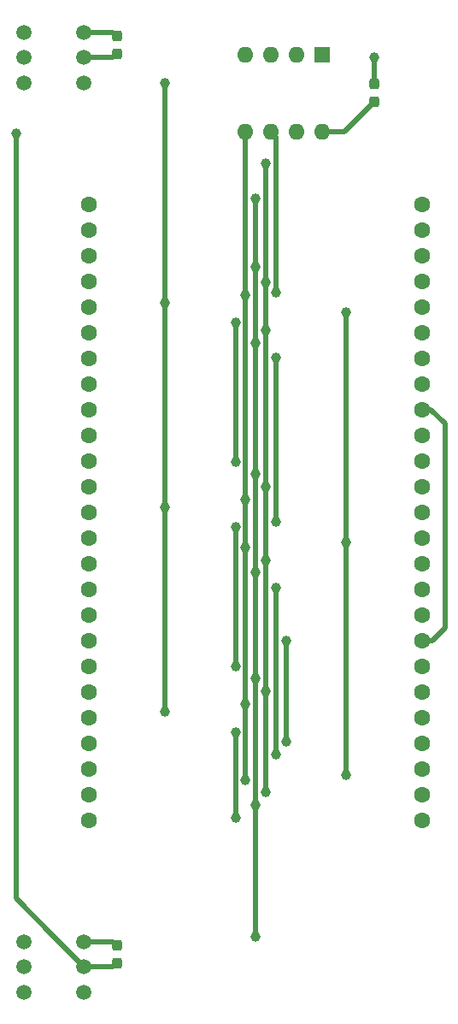
<source format=gbr>
%TF.GenerationSoftware,KiCad,Pcbnew,6.0.10-86aedd382b~118~ubuntu22.04.1*%
%TF.CreationDate,2023-02-24T18:01:10+02:00*%
%TF.ProjectId,JugCounter,4a756743-6f75-46e7-9465-722e6b696361,rev?*%
%TF.SameCoordinates,Original*%
%TF.FileFunction,Copper,L1,Top*%
%TF.FilePolarity,Positive*%
%FSLAX46Y46*%
G04 Gerber Fmt 4.6, Leading zero omitted, Abs format (unit mm)*
G04 Created by KiCad (PCBNEW 6.0.10-86aedd382b~118~ubuntu22.04.1) date 2023-02-24 18:01:10*
%MOMM*%
%LPD*%
G01*
G04 APERTURE LIST*
G04 Aperture macros list*
%AMRoundRect*
0 Rectangle with rounded corners*
0 $1 Rounding radius*
0 $2 $3 $4 $5 $6 $7 $8 $9 X,Y pos of 4 corners*
0 Add a 4 corners polygon primitive as box body*
4,1,4,$2,$3,$4,$5,$6,$7,$8,$9,$2,$3,0*
0 Add four circle primitives for the rounded corners*
1,1,$1+$1,$2,$3*
1,1,$1+$1,$4,$5*
1,1,$1+$1,$6,$7*
1,1,$1+$1,$8,$9*
0 Add four rect primitives between the rounded corners*
20,1,$1+$1,$2,$3,$4,$5,0*
20,1,$1+$1,$4,$5,$6,$7,0*
20,1,$1+$1,$6,$7,$8,$9,0*
20,1,$1+$1,$8,$9,$2,$3,0*%
G04 Aperture macros list end*
%TA.AperFunction,ComponentPad*%
%ADD10R,1.600000X1.600000*%
%TD*%
%TA.AperFunction,ComponentPad*%
%ADD11O,1.600000X1.600000*%
%TD*%
%TA.AperFunction,ComponentPad*%
%ADD12C,1.500000*%
%TD*%
%TA.AperFunction,SMDPad,CuDef*%
%ADD13RoundRect,0.237500X0.237500X-0.300000X0.237500X0.300000X-0.237500X0.300000X-0.237500X-0.300000X0*%
%TD*%
%TA.AperFunction,ComponentPad*%
%ADD14C,1.600000*%
%TD*%
%TA.AperFunction,ViaPad*%
%ADD15C,1.000000*%
%TD*%
%TA.AperFunction,Conductor*%
%ADD16C,0.500000*%
%TD*%
G04 APERTURE END LIST*
D10*
%TO.P,U7,1,~{RESET}/PB5*%
%TO.N,unconnected-(U7-Pad1)*%
X46550000Y-19700000D03*
D11*
%TO.P,U7,2,XTAL1/PB3*%
%TO.N,/BTN1*%
X44010000Y-19700000D03*
%TO.P,U7,3,XTAL2/PB4*%
%TO.N,/BTN2*%
X41470000Y-19700000D03*
%TO.P,U7,4,GND*%
%TO.N,/GND*%
X38930000Y-19700000D03*
%TO.P,U7,5,AREF/PB0*%
%TO.N,/STORE*%
X38930000Y-27320000D03*
%TO.P,U7,6,PB1*%
%TO.N,/DATA*%
X41470000Y-27320000D03*
%TO.P,U7,7,PB2*%
%TO.N,/CLK*%
X44010000Y-27320000D03*
%TO.P,U7,8,VCC*%
%TO.N,/VCC*%
X46550000Y-27320000D03*
%TD*%
D12*
%TO.P,SW2,1,NC*%
%TO.N,unconnected-(SW2-Pad1)*%
X17000000Y-107500000D03*
%TO.P,SW2,2,NO*%
%TO.N,unconnected-(SW2-Pad2)*%
X17000000Y-110000000D03*
%TO.P,SW2,3,C*%
%TO.N,unconnected-(SW2-Pad3)*%
X17000000Y-112500000D03*
%TO.P,SW2,4,NC*%
%TO.N,unconnected-(SW2-Pad4)*%
X23000000Y-112500000D03*
%TO.P,SW2,5,NO*%
%TO.N,/BTN2*%
X23000000Y-110000000D03*
%TO.P,SW2,6,C*%
%TO.N,/GND*%
X23000000Y-107500000D03*
%TD*%
D13*
%TO.P,C9,1*%
%TO.N,/BTN2*%
X26250000Y-109612500D03*
%TO.P,C9,2*%
%TO.N,/GND*%
X26250000Y-107887500D03*
%TD*%
%TO.P,C7,1*%
%TO.N,/VCC*%
X51750000Y-24362500D03*
%TO.P,C7,2*%
%TO.N,/GND*%
X51750000Y-22637500D03*
%TD*%
%TO.P,C8,1*%
%TO.N,/BTN1*%
X26250000Y-19612500D03*
%TO.P,C8,2*%
%TO.N,/GND*%
X26250000Y-17887500D03*
%TD*%
D12*
%TO.P,SW1,1,NC*%
%TO.N,unconnected-(SW1-Pad1)*%
X17000000Y-17500000D03*
%TO.P,SW1,2,NO*%
%TO.N,unconnected-(SW1-Pad2)*%
X17000000Y-20000000D03*
%TO.P,SW1,3,C*%
%TO.N,unconnected-(SW1-Pad3)*%
X17000000Y-22500000D03*
%TO.P,SW1,4,NC*%
%TO.N,unconnected-(SW1-Pad4)*%
X23000000Y-22500000D03*
%TO.P,SW1,5,NO*%
%TO.N,/BTN1*%
X23000000Y-20000000D03*
%TO.P,SW1,6,C*%
%TO.N,/GND*%
X23000000Y-17500000D03*
%TD*%
D14*
%TO.P,DS1,1,COM*%
%TO.N,/GND*%
X23490000Y-34520000D03*
%TO.P,DS1,2,1E*%
%TO.N,/1E*%
X23490000Y-37060000D03*
%TO.P,DS1,3,1D*%
%TO.N,/1D*%
X23490000Y-39600000D03*
%TO.P,DS1,4,1C*%
%TO.N,/1C*%
X23490000Y-42140000D03*
%TO.P,DS1,5,1DP*%
%TO.N,/1DP*%
X23490000Y-44680000D03*
%TO.P,DS1,6,2E*%
%TO.N,/2E*%
X23490000Y-47220000D03*
%TO.P,DS1,7,2D*%
%TO.N,/2D*%
X23490000Y-49760000D03*
%TO.P,DS1,8,2C*%
%TO.N,/2C*%
X23490000Y-52300000D03*
%TO.P,DS1,9,2DP*%
%TO.N,/2DP*%
X23490000Y-54840000D03*
%TO.P,DS1,10,3E*%
%TO.N,/3E*%
X23490000Y-57380000D03*
%TO.P,DS1,11,3D*%
%TO.N,/3D*%
X23490000Y-59920000D03*
%TO.P,DS1,12,3C*%
%TO.N,/3C*%
X23490000Y-62460000D03*
%TO.P,DS1,13,3DP*%
%TO.N,/3DP*%
X23490000Y-65000000D03*
%TO.P,DS1,14,4E*%
%TO.N,/4E*%
X23490000Y-67540000D03*
%TO.P,DS1,15,4D*%
%TO.N,/4D*%
X23490000Y-70080000D03*
%TO.P,DS1,16,4C*%
%TO.N,/4C*%
X23490000Y-72620000D03*
%TO.P,DS1,17,4DP*%
%TO.N,/4DP*%
X23490000Y-75160000D03*
%TO.P,DS1,18,5E*%
%TO.N,/5E*%
X23490000Y-77700000D03*
%TO.P,DS1,19,5D*%
%TO.N,/5D*%
X23490000Y-80240000D03*
%TO.P,DS1,20,5C*%
%TO.N,/5C*%
X23490000Y-82780000D03*
%TO.P,DS1,21,5DP*%
%TO.N,/5DP*%
X23490000Y-85320000D03*
%TO.P,DS1,22,6E*%
%TO.N,/6E*%
X23490000Y-87860000D03*
%TO.P,DS1,23,6D*%
%TO.N,/6D*%
X23490000Y-90400000D03*
%TO.P,DS1,24,6C*%
%TO.N,/6C*%
X23490000Y-92940000D03*
%TO.P,DS1,25,6B*%
%TO.N,/6B*%
X23490000Y-95480000D03*
%TO.P,DS1,26,6A*%
%TO.N,/6A*%
X56510000Y-95480000D03*
%TO.P,DS1,27,6F*%
%TO.N,/6F*%
X56510000Y-92940000D03*
%TO.P,DS1,28,6G*%
%TO.N,/6G*%
X56510000Y-90400000D03*
%TO.P,DS1,29,5B*%
%TO.N,/5B*%
X56510000Y-87860000D03*
%TO.P,DS1,30,5A*%
%TO.N,/5A*%
X56510000Y-85320000D03*
%TO.P,DS1,31,5F*%
%TO.N,/5F*%
X56510000Y-82780000D03*
%TO.P,DS1,32,5G*%
%TO.N,/5G*%
X56510000Y-80240000D03*
%TO.P,DS1,33,COL2*%
%TO.N,/COL*%
X56510000Y-77700000D03*
%TO.P,DS1,34,4B*%
%TO.N,/4B*%
X56510000Y-75160000D03*
%TO.P,DS1,35,4A*%
%TO.N,/4A*%
X56510000Y-72620000D03*
%TO.P,DS1,36,4F*%
%TO.N,/4F*%
X56510000Y-70080000D03*
%TO.P,DS1,37,4G*%
%TO.N,/4G*%
X56510000Y-67540000D03*
%TO.P,DS1,38,3B*%
%TO.N,/3B*%
X56510000Y-65000000D03*
%TO.P,DS1,39,3A*%
%TO.N,/3A*%
X56510000Y-62460000D03*
%TO.P,DS1,40,3F*%
%TO.N,/3F*%
X56510000Y-59920000D03*
%TO.P,DS1,41,3G*%
%TO.N,/3G*%
X56510000Y-57380000D03*
%TO.P,DS1,42,COL1*%
%TO.N,/COL*%
X56510000Y-54840000D03*
%TO.P,DS1,43,2B*%
%TO.N,/2B*%
X56510000Y-52300000D03*
%TO.P,DS1,44,2A*%
%TO.N,/2A*%
X56510000Y-49760000D03*
%TO.P,DS1,45,2F*%
%TO.N,/2F*%
X56510000Y-47220000D03*
%TO.P,DS1,46,2G*%
%TO.N,/2G*%
X56510000Y-44680000D03*
%TO.P,DS1,47,1B*%
%TO.N,/1B*%
X56510000Y-42140000D03*
%TO.P,DS1,48,1A*%
%TO.N,/1A*%
X56510000Y-39600000D03*
%TO.P,DS1,49,1F*%
%TO.N,/1F*%
X56510000Y-37060000D03*
%TO.P,DS1,50,1G*%
%TO.N,/1G*%
X56510000Y-34520000D03*
%TD*%
D15*
%TO.N,/GND*%
X31000000Y-84750000D03*
X49000000Y-45250000D03*
X51750000Y-20000000D03*
X49000000Y-91000000D03*
X31000000Y-22500000D03*
X31000000Y-64500000D03*
X31000000Y-44250000D03*
X49000000Y-68000000D03*
%TO.N,/VCC*%
X40000000Y-107000000D03*
X40000000Y-81500000D03*
X40000000Y-34000000D03*
X40000000Y-94000000D03*
X40000000Y-48250000D03*
X40000000Y-71000000D03*
X40000000Y-61250000D03*
X40000000Y-40750000D03*
%TO.N,/BTN2*%
X16250000Y-27500000D03*
%TO.N,/COL*%
X43000000Y-87750000D03*
X43000000Y-77750000D03*
%TO.N,Net-(U1-Pad9)*%
X42000000Y-66000000D03*
X42000000Y-49750000D03*
%TO.N,/CLK*%
X41000000Y-82750000D03*
X41000000Y-92750000D03*
X41000000Y-47000000D03*
X41000000Y-30500000D03*
X41000000Y-69750000D03*
X41000000Y-42250000D03*
X41000000Y-62500000D03*
%TO.N,/STORE*%
X39000000Y-63750000D03*
X39000000Y-91500000D03*
X39000000Y-68500000D03*
X39000000Y-43500000D03*
X39000000Y-84000000D03*
%TO.N,/DATA*%
X42000000Y-43250000D03*
%TO.N,Net-(U2-Pad9)*%
X42000000Y-89000000D03*
X42000000Y-72500000D03*
%TO.N,Net-(U3-Pad9)*%
X38000000Y-86750000D03*
X38000000Y-95250000D03*
%TO.N,Net-(U4-Pad9)*%
X38000000Y-80250000D03*
X38000000Y-66500000D03*
%TO.N,Net-(U5-Pad9)*%
X38000000Y-60000000D03*
X38000000Y-46250000D03*
%TD*%
D16*
%TO.N,/GND*%
X31000000Y-64500000D02*
X31000000Y-84750000D01*
X25862500Y-107500000D02*
X26250000Y-107887500D01*
X49000000Y-45250000D02*
X49000000Y-68000000D01*
X51750000Y-22637500D02*
X51750000Y-20000000D01*
X23000000Y-17500000D02*
X25862500Y-17500000D01*
X23000000Y-107500000D02*
X25862500Y-107500000D01*
X31000000Y-44250000D02*
X31000000Y-22500000D01*
X31000000Y-44250000D02*
X31000000Y-64500000D01*
X25862500Y-17500000D02*
X26250000Y-17887500D01*
X49000000Y-68000000D02*
X49000000Y-91000000D01*
%TO.N,/VCC*%
X40000000Y-86500000D02*
X40000000Y-89000000D01*
X40000000Y-63500000D02*
X40000000Y-71000000D01*
X40000000Y-71000000D02*
X40000000Y-81500000D01*
X46550000Y-27320000D02*
X48792500Y-27320000D01*
X40000000Y-81500000D02*
X40000000Y-86500000D01*
X40000000Y-94000000D02*
X40000000Y-107000000D01*
X40000000Y-40750000D02*
X40000000Y-34000000D01*
X40000000Y-48250000D02*
X40000000Y-61250000D01*
X48792500Y-27320000D02*
X51750000Y-24362500D01*
X40000000Y-40750000D02*
X40000000Y-48250000D01*
X40000000Y-61250000D02*
X40000000Y-63500000D01*
X40000000Y-89000000D02*
X40000000Y-94000000D01*
%TO.N,/BTN1*%
X25862500Y-20000000D02*
X26250000Y-19612500D01*
X23000000Y-20000000D02*
X25862500Y-20000000D01*
%TO.N,/BTN2*%
X23000000Y-110000000D02*
X25862500Y-110000000D01*
X23000000Y-110000000D02*
X20000000Y-107000000D01*
X16250000Y-103250000D02*
X16250000Y-27500000D01*
X20000000Y-107000000D02*
X16250000Y-103250000D01*
X25862500Y-110000000D02*
X26250000Y-109612500D01*
%TO.N,/COL*%
X58750000Y-56250000D02*
X57340000Y-54840000D01*
X43000000Y-87750000D02*
X43000000Y-77750000D01*
X57550000Y-77700000D02*
X58750000Y-76500000D01*
X57340000Y-54840000D02*
X56510000Y-54840000D01*
X58750000Y-76500000D02*
X58750000Y-56250000D01*
X56510000Y-77700000D02*
X57550000Y-77700000D01*
%TO.N,Net-(U1-Pad9)*%
X42000000Y-49750000D02*
X42000000Y-66000000D01*
%TO.N,/CLK*%
X41000000Y-82750000D02*
X41000000Y-92750000D01*
X41000000Y-30500000D02*
X41000000Y-42250000D01*
X41000000Y-47000000D02*
X41000000Y-42250000D01*
X41000000Y-47000000D02*
X41000000Y-62500000D01*
X41000000Y-69750000D02*
X41000000Y-82750000D01*
X41000000Y-62500000D02*
X41000000Y-69750000D01*
%TO.N,/STORE*%
X39000000Y-43500000D02*
X39000000Y-63750000D01*
X39000000Y-84000000D02*
X39000000Y-91500000D01*
X39000000Y-68500000D02*
X39000000Y-84000000D01*
X39000000Y-43500000D02*
X39000000Y-27390000D01*
X39000000Y-63750000D02*
X39000000Y-68500000D01*
X39000000Y-27390000D02*
X38930000Y-27320000D01*
%TO.N,/DATA*%
X42000000Y-27850000D02*
X41470000Y-27320000D01*
X42000000Y-43250000D02*
X42000000Y-27850000D01*
%TO.N,Net-(U2-Pad9)*%
X42000000Y-72500000D02*
X42000000Y-89000000D01*
%TO.N,Net-(U3-Pad9)*%
X38000000Y-95250000D02*
X38000000Y-86750000D01*
%TO.N,Net-(U4-Pad9)*%
X38000000Y-80250000D02*
X38000000Y-66500000D01*
%TO.N,Net-(U5-Pad9)*%
X38000000Y-60000000D02*
X38000000Y-46250000D01*
%TD*%
M02*

</source>
